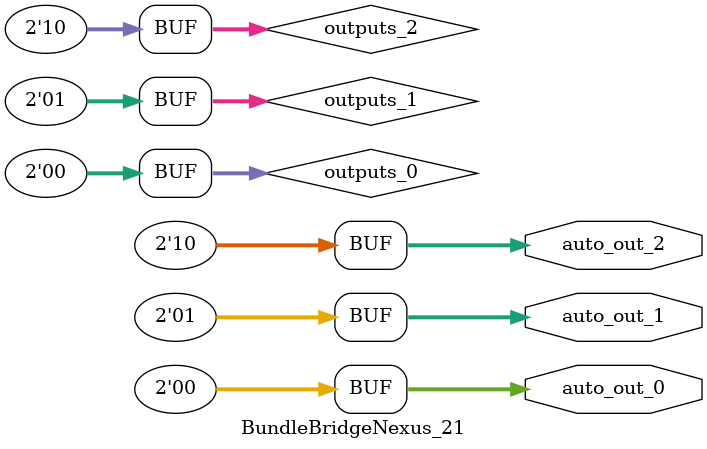
<source format=sv>
`ifndef RANDOMIZE
  `ifdef RANDOMIZE_MEM_INIT
    `define RANDOMIZE
  `endif // RANDOMIZE_MEM_INIT
`endif // not def RANDOMIZE
`ifndef RANDOMIZE
  `ifdef RANDOMIZE_REG_INIT
    `define RANDOMIZE
  `endif // RANDOMIZE_REG_INIT
`endif // not def RANDOMIZE

`ifndef RANDOM
  `define RANDOM $random
`endif // not def RANDOM

// Users can define INIT_RANDOM as general code that gets injected into the
// initializer block for modules with registers.
`ifndef INIT_RANDOM
  `define INIT_RANDOM
`endif // not def INIT_RANDOM

// If using random initialization, you can also define RANDOMIZE_DELAY to
// customize the delay used, otherwise 0.002 is used.
`ifndef RANDOMIZE_DELAY
  `define RANDOMIZE_DELAY 0.002
`endif // not def RANDOMIZE_DELAY

// Define INIT_RANDOM_PROLOG_ for use in our modules below.
`ifndef INIT_RANDOM_PROLOG_
  `ifdef RANDOMIZE
    `ifdef VERILATOR
      `define INIT_RANDOM_PROLOG_ `INIT_RANDOM
    `else  // VERILATOR
      `define INIT_RANDOM_PROLOG_ `INIT_RANDOM #`RANDOMIZE_DELAY begin end
    `endif // VERILATOR
  `else  // RANDOMIZE
    `define INIT_RANDOM_PROLOG_
  `endif // RANDOMIZE
`endif // not def INIT_RANDOM_PROLOG_

// Include register initializers in init blocks unless synthesis is set
`ifndef SYNTHESIS
  `ifndef ENABLE_INITIAL_REG_
    `define ENABLE_INITIAL_REG_
  `endif // not def ENABLE_INITIAL_REG_
`endif // not def SYNTHESIS

// Include rmemory initializers in init blocks unless synthesis is set
`ifndef SYNTHESIS
  `ifndef ENABLE_INITIAL_MEM_
    `define ENABLE_INITIAL_MEM_
  `endif // not def ENABLE_INITIAL_MEM_
`endif // not def SYNTHESIS

// Standard header to adapt well known macros for prints and assertions.

// Users can define 'PRINTF_COND' to add an extra gate to prints.
`ifndef PRINTF_COND_
  `ifdef PRINTF_COND
    `define PRINTF_COND_ (`PRINTF_COND)
  `else  // PRINTF_COND
    `define PRINTF_COND_ 1
  `endif // PRINTF_COND
`endif // not def PRINTF_COND_

// Users can define 'ASSERT_VERBOSE_COND' to add an extra gate to assert error printing.
`ifndef ASSERT_VERBOSE_COND_
  `ifdef ASSERT_VERBOSE_COND
    `define ASSERT_VERBOSE_COND_ (`ASSERT_VERBOSE_COND)
  `else  // ASSERT_VERBOSE_COND
    `define ASSERT_VERBOSE_COND_ 1
  `endif // ASSERT_VERBOSE_COND
`endif // not def ASSERT_VERBOSE_COND_

// Users can define 'STOP_COND' to add an extra gate to stop conditions.
`ifndef STOP_COND_
  `ifdef STOP_COND
    `define STOP_COND_ (`STOP_COND)
  `else  // STOP_COND
    `define STOP_COND_ 1
  `endif // STOP_COND
`endif // not def STOP_COND_

module BundleBridgeNexus_21(
  output [1:0] auto_out_2,	// @[generators/rocket-chip/src/main/scala/diplomacy/LazyModule.scala:367:18]
               auto_out_1,	// @[generators/rocket-chip/src/main/scala/diplomacy/LazyModule.scala:367:18]
               auto_out_0	// @[generators/rocket-chip/src/main/scala/diplomacy/LazyModule.scala:367:18]
);

  wire [1:0] outputs_0 = 2'h0;	// @[generators/rocket-chip/src/main/scala/subsystem/HasTiles.scala:75:32]
  wire [1:0] outputs_1 = 2'h1;	// @[generators/rocket-chip/src/main/scala/subsystem/HasTiles.scala:75:32]
  wire [1:0] outputs_2 = 2'h2;	// @[generators/rocket-chip/src/main/scala/subsystem/HasTiles.scala:75:32]
  assign auto_out_2 = outputs_2;	// @[generators/rocket-chip/src/main/scala/subsystem/HasTiles.scala:75:32]
  assign auto_out_1 = outputs_1;	// @[generators/rocket-chip/src/main/scala/subsystem/HasTiles.scala:75:32]
  assign auto_out_0 = outputs_0;	// @[generators/rocket-chip/src/main/scala/subsystem/HasTiles.scala:75:32]
endmodule


</source>
